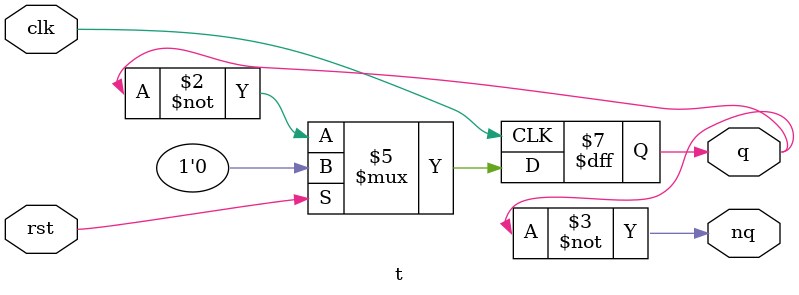
<source format=sv>
module t(input clk, input rst, output logic q, output nq);

always_ff @(posedge clk) begin
  if (rst) begin
    q <= 1'b0;
  end  
  else begin
    q <= ~q;
  end
end

assign nq = ~q;

endmodule
</source>
